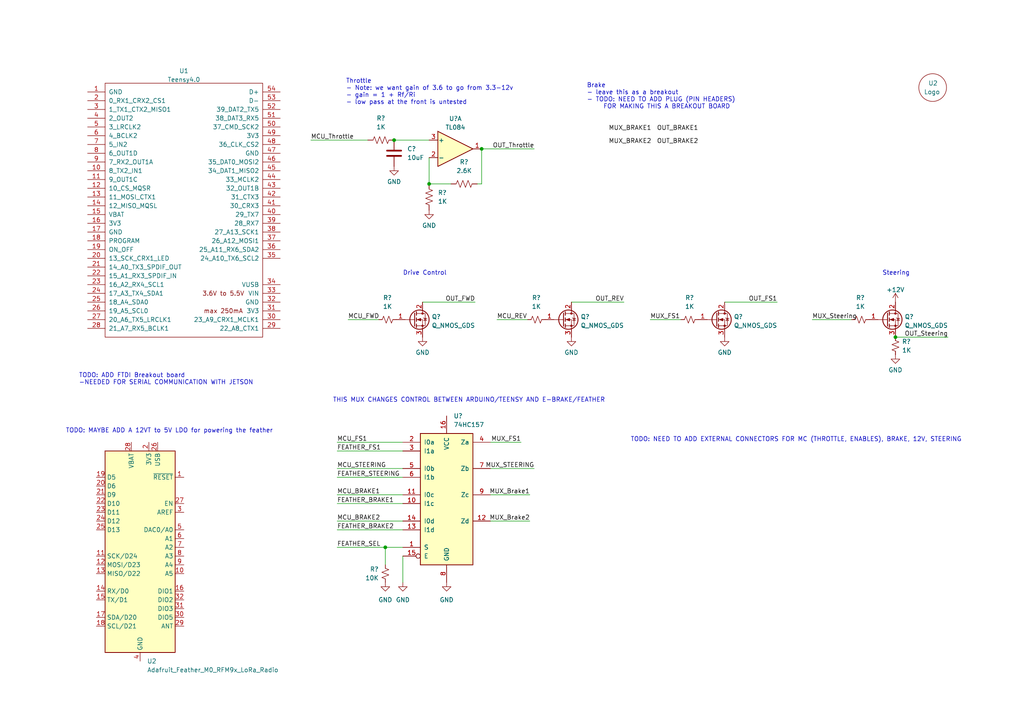
<source format=kicad_sch>
(kicad_sch (version 20211123) (generator eeschema)
  (paper "A4")
  (lib_symbols
    (symbol "74xx:74LS157" (pin_names (offset 1.016))
      (property "Reference" "U" (at -7.62 19.05 0))
      (property "Value" "74LS157" (at -7.62 -21.59 0))
      (symbol "74LS157_1_0"
        (pin input line (at -12.7 -15.24 0) (length 5.08) (name "S") (number "1"))
        (pin input line (at -12.7 -2.54 0) (length 5.08) (name "I1c") (number "10"))
        (pin input line (at -12.7 0 0) (length 5.08) (name "I0c") (number "11"))
        (pin output line (at 12.7 -7.62 180) (length 5.08) (name "Zd") (number "12"))
        (pin input line (at -12.7 -10.16 0) (length 5.08) (name "I1d") (number "13"))
        (pin input line (at -12.7 -7.62 0) (length 5.08) (name "I0d") (number "14"))
        (pin input inverted (at -12.7 -17.78 0) (length 5.08) (name "E") (number "15"))
        (pin power_in line (at 0 22.86 270) (length 5.08) (name "VCC") (number "16"))
        (pin input line (at -12.7 15.24 0) (length 5.08) (name "I0a") (number "2"))
        (pin input line (at -12.7 12.7 0) (length 5.08) (name "I1a") (number "3"))
        (pin output line (at 12.7 15.24 180) (length 5.08) (name "Za") (number "4"))
        (pin input line (at -12.7 7.62 0) (length 5.08) (name "I0b") (number "5"))
        (pin input line (at -12.7 5.08 0) (length 5.08) (name "I1b") (number "6"))
        (pin output line (at 12.7 7.62 180) (length 5.08) (name "Zb") (number "7"))
        (pin power_in line (at 0 -25.4 90) (length 5.08) (name "GND") (number "8"))
        (pin output line (at 12.7 0 180) (length 5.08) (name "Zc") (number "9"))
      )
      (symbol "74LS157_1_1"
        (rectangle (start -7.62 17.78) (end 7.62 -20.32) (stroke (width 0.254)) (fill (type background)))
      )
    )
    (symbol "AMP:Logo" (in_bom no)
      (property "Reference" "U" (at 0 0 0))
      (property "Value" "Logo" (at 0 0 0))
      (symbol "Logo_0_1"
        (circle (center 0 0) (radius 4.0161) (stroke (width 0.1524)))
      )
    )
    (symbol "Amplifier_Operational:TL084" (pin_names (offset 0.127))
      (property "Reference" "U" (at 0 5.08 0))
      (property "Value" "TL084" (at 0 -5.08 0))
      (symbol "TL084_1_1"
        (polyline (pts (xy -5.08 5.08) (xy 5.08 0) (xy -5.08 -5.08) (xy -5.08 5.08)) (stroke (width 0.254)) (fill (type background)))
        (pin output line (at 7.62 0 180) (length 2.54) (name "~") (number "1"))
        (pin input line (at -7.62 -2.54 0) (length 2.54) (name "-") (number "2"))
        (pin input line (at -7.62 2.54 0) (length 2.54) (name "+") (number "3"))
      )
      (symbol "TL084_2_1"
        (polyline (pts (xy -5.08 5.08) (xy 5.08 0) (xy -5.08 -5.08) (xy -5.08 5.08)) (stroke (width 0.254)) (fill (type background)))
        (pin input line (at -7.62 2.54 0) (length 2.54) (name "+") (number "5"))
        (pin input line (at -7.62 -2.54 0) (length 2.54) (name "-") (number "6"))
        (pin output line (at 7.62 0 180) (length 2.54) (name "~") (number "7"))
      )
      (symbol "TL084_3_1"
        (polyline (pts (xy -5.08 5.08) (xy 5.08 0) (xy -5.08 -5.08) (xy -5.08 5.08)) (stroke (width 0.254)) (fill (type background)))
        (pin input line (at -7.62 2.54 0) (length 2.54) (name "+") (number "10"))
        (pin output line (at 7.62 0 180) (length 2.54) (name "~") (number "8"))
        (pin input line (at -7.62 -2.54 0) (length 2.54) (name "-") (number "9"))
      )
      (symbol "TL084_4_1"
        (polyline (pts (xy -5.08 5.08) (xy 5.08 0) (xy -5.08 -5.08) (xy -5.08 5.08)) (stroke (width 0.254)) (fill (type background)))
        (pin input line (at -7.62 2.54 0) (length 2.54) (name "+") (number "12"))
        (pin input line (at -7.62 -2.54 0) (length 2.54) (name "-") (number "13"))
        (pin output line (at 7.62 0 180) (length 2.54) (name "~") (number "14"))
      )
      (symbol "TL084_5_1"
        (pin power_in line (at -2.54 -7.62 90) (length 3.81) (name "V-") (number "11"))
        (pin power_in line (at -2.54 7.62 270) (length 3.81) (name "V+") (number "4"))
      )
    )
    (symbol "Device:C" (pin_numbers hide) (pin_names (offset 0.254))
      (property "Reference" "C" (at 0.635 2.54 0))
      (property "Value" "C" (at 0.635 -2.54 0))
      (symbol "C_0_1"
        (polyline (pts (xy -2.032 -0.762) (xy 2.032 -0.762)) (stroke (width 0.508)))
        (polyline (pts (xy -2.032 0.762) (xy 2.032 0.762)) (stroke (width 0.508)))
      )
      (symbol "C_1_1"
        (pin passive line (at 0 3.81 270) (length 2.794) (name "~") (number "1"))
        (pin passive line (at 0 -3.81 90) (length 2.794) (name "~") (number "2"))
      )
    )
    (symbol "Device:Q_NMOS_GDS" (pin_names (offset 0) hide)
      (property "Reference" "Q" (at 5.08 1.27 0))
      (property "Value" "Q_NMOS_GDS" (at 5.08 -1.27 0))
      (symbol "Q_NMOS_GDS_0_1"
        (polyline (pts (xy 0.254 0) (xy -2.54 0)))
        (polyline (pts (xy 0.254 1.905) (xy 0.254 -1.905)) (stroke (width 0.254)))
        (polyline (pts (xy 0.762 -1.27) (xy 0.762 -2.286)) (stroke (width 0.254)))
        (polyline (pts (xy 0.762 0.508) (xy 0.762 -0.508)) (stroke (width 0.254)))
        (polyline (pts (xy 0.762 2.286) (xy 0.762 1.27)) (stroke (width 0.254)))
        (polyline (pts (xy 2.54 2.54) (xy 2.54 1.778)))
        (polyline (pts (xy 2.54 -2.54) (xy 2.54 0) (xy 0.762 0)))
        (polyline (pts (xy 0.762 -1.778) (xy 3.302 -1.778) (xy 3.302 1.778) (xy 0.762 1.778)))
        (polyline (pts (xy 1.016 0) (xy 2.032 0.381) (xy 2.032 -0.381) (xy 1.016 0)) (fill (type outline)))
        (polyline (pts (xy 2.794 0.508) (xy 2.921 0.381) (xy 3.683 0.381) (xy 3.81 0.254)))
        (polyline (pts (xy 3.302 0.381) (xy 2.921 -0.254) (xy 3.683 -0.254) (xy 3.302 0.381)))
        (circle (center 1.651 0) (radius 2.794) (stroke (width 0.254)))
        (circle (center 2.54 -1.778) (radius 0.254) (fill (type outline)))
        (circle (center 2.54 1.778) (radius 0.254) (fill (type outline)))
      )
      (symbol "Q_NMOS_GDS_1_1"
        (pin input line (at -5.08 0 0) (length 2.54) (name "G") (number "1"))
        (pin passive line (at 2.54 5.08 270) (length 2.54) (name "D") (number "2"))
        (pin passive line (at 2.54 -5.08 90) (length 2.54) (name "S") (number "3"))
      )
    )
    (symbol "Device:R_Small_US" (pin_numbers hide) (pin_names (offset 0.254) hide)
      (property "Reference" "R" (at 0.762 0.508 0))
      (property "Value" "R_Small_US" (at 0.762 -1.016 0))
      (symbol "R_Small_US_1_1"
        (polyline (pts (xy 0 0) (xy 1.016 -0.381) (xy 0 -0.762) (xy -1.016 -1.143) (xy 0 -1.524)))
        (polyline (pts (xy 0 1.524) (xy 1.016 1.143) (xy 0 0.762) (xy -1.016 0.381) (xy 0 0)))
        (pin passive line (at 0 2.54 270) (length 1.016) (name "~") (number "1"))
        (pin passive line (at 0 -2.54 90) (length 1.016) (name "~") (number "2"))
      )
    )
    (symbol "Device:R_US" (pin_numbers hide) (pin_names (offset 0))
      (property "Reference" "R" (at 2.54 0 90))
      (property "Value" "R_US" (at -2.54 0 90))
      (symbol "R_US_0_1"
        (polyline (pts (xy 0 -2.286) (xy 0 -2.54)))
        (polyline (pts (xy 0 2.286) (xy 0 2.54)))
        (polyline (pts (xy 0 -0.762) (xy 1.016 -1.143) (xy 0 -1.524) (xy -1.016 -1.905) (xy 0 -2.286)))
        (polyline (pts (xy 0 0.762) (xy 1.016 0.381) (xy 0 0) (xy -1.016 -0.381) (xy 0 -0.762)))
        (polyline (pts (xy 0 2.286) (xy 1.016 1.905) (xy 0 1.524) (xy -1.016 1.143) (xy 0 0.762)))
      )
      (symbol "R_US_1_1"
        (pin passive line (at 0 3.81 270) (length 1.27) (name "~") (number "1"))
        (pin passive line (at 0 -3.81 90) (length 1.27) (name "~") (number "2"))
      )
    )
    (symbol "MCU_Module:Adafruit_Feather_M0_RFM9x_LoRa_Radio"
      (property "Reference" "A" (at -10.16 29.21 0))
      (property "Value" "Adafruit_Feather_M0_RFM9x_LoRa_Radio" (at 2.54 -31.75 0))
      (symbol "Adafruit_Feather_M0_RFM9x_LoRa_Radio_0_1"
        (rectangle (start -10.16 27.94) (end 10.16 -30.48) (stroke (width 0.254)) (fill (type background)))
      )
      (symbol "Adafruit_Feather_M0_RFM9x_LoRa_Radio_1_1"
        (pin input line (at 12.7 20.32 180) (length 2.54) (name "~{RESET}") (number "1"))
        (pin bidirectional line (at 12.7 -7.62 180) (length 2.54) (name "A5") (number "10"))
        (pin bidirectional line (at -12.7 -2.54 0) (length 2.54) (name "SCK/D24") (number "11"))
        (pin bidirectional line (at -12.7 -5.08 0) (length 2.54) (name "MOSI/D23") (number "12"))
        (pin bidirectional line (at -12.7 -7.62 0) (length 2.54) (name "MISO/D22") (number "13"))
        (pin bidirectional line (at -12.7 -12.7 0) (length 2.54) (name "RX/D0") (number "14"))
        (pin bidirectional line (at -12.7 -15.24 0) (length 2.54) (name "TX/D1") (number "15"))
        (pin bidirectional line (at 12.7 -12.7 180) (length 2.54) (name "DIO1") (number "16"))
        (pin bidirectional line (at -12.7 -20.32 0) (length 2.54) (name "SDA/D20") (number "17"))
        (pin bidirectional line (at -12.7 -22.86 0) (length 2.54) (name "SCL/D21") (number "18"))
        (pin bidirectional line (at -12.7 20.32 0) (length 2.54) (name "D5") (number "19"))
        (pin power_in line (at 2.54 30.48 270) (length 2.54) (name "3V3") (number "2"))
        (pin bidirectional line (at -12.7 17.78 0) (length 2.54) (name "D6") (number "20"))
        (pin bidirectional line (at -12.7 15.24 0) (length 2.54) (name "D9") (number "21"))
        (pin bidirectional line (at -12.7 12.7 0) (length 2.54) (name "D10") (number "22"))
        (pin bidirectional line (at -12.7 10.16 0) (length 2.54) (name "D11") (number "23"))
        (pin bidirectional line (at -12.7 7.62 0) (length 2.54) (name "D12") (number "24"))
        (pin bidirectional line (at -12.7 5.08 0) (length 2.54) (name "D13") (number "25"))
        (pin power_in line (at 5.08 30.48 270) (length 2.54) (name "USB") (number "26"))
        (pin input line (at 12.7 12.7 180) (length 2.54) (name "EN") (number "27"))
        (pin power_in line (at -2.54 30.48 270) (length 2.54) (name "VBAT") (number "28"))
        (pin bidirectional line (at 12.7 -22.86 180) (length 2.54) (name "ANT") (number "29"))
        (pin input line (at 12.7 10.16 180) (length 2.54) (name "AREF") (number "3"))
        (pin bidirectional line (at 12.7 -20.32 180) (length 2.54) (name "DIO5") (number "30"))
        (pin bidirectional line (at 12.7 -17.78 180) (length 2.54) (name "DIO3") (number "31"))
        (pin bidirectional line (at 12.7 -15.24 180) (length 2.54) (name "DIO2") (number "32"))
        (pin power_in line (at 0 -33.02 90) (length 2.54) (name "GND") (number "4"))
        (pin bidirectional line (at 12.7 5.08 180) (length 2.54) (name "DAC0/A0") (number "5"))
        (pin bidirectional line (at 12.7 2.54 180) (length 2.54) (name "A1") (number "6"))
        (pin bidirectional line (at 12.7 0 180) (length 2.54) (name "A2") (number "7"))
        (pin bidirectional line (at 12.7 -2.54 180) (length 2.54) (name "A3") (number "8"))
        (pin bidirectional line (at 12.7 -5.08 180) (length 2.54) (name "A4") (number "9"))
      )
    )
    (symbol "power:+12V" (power) (pin_names (offset 0))
      (property "Value" "+12V" (at 0 3.556 0))
      (symbol "+12V_0_1"
        (polyline (pts (xy -0.762 1.27) (xy 0 2.54)))
        (polyline (pts (xy 0 0) (xy 0 2.54)))
        (polyline (pts (xy 0 2.54) (xy 0.762 1.27)))
      )
      (symbol "+12V_1_1"
        (pin power_in line (at 0 0 90) (length 0) hide (name "+12V") (number "1"))
      )
    )
    (symbol "power:GND" (power) (pin_names (offset 0))
      (property "Value" "GND" (at 0 -3.81 0))
      (symbol "GND_0_1"
        (polyline (pts (xy 0 0) (xy 0 -1.27) (xy 1.27 -1.27) (xy 0 -2.54) (xy -1.27 -1.27) (xy 0 -1.27)))
      )
      (symbol "GND_1_1"
        (pin power_in line (at 0 0 270) (length 0) hide (name "GND") (number "1"))
      )
    )
    (symbol "teensy:Teensy4.0" (pin_names (offset 1.016))
      (property "Reference" "U" (at 0 39.37 0))
      (property "Value" "Teensy4.0" (at 0 -39.37 0))
      (symbol "Teensy4.0_0_0"
        (text "3.6V to 5.5V" (at 11.43 -24.13 0) (effects (font (size 1.27 1.27))))
        (text "max 250mA" (at 11.43 -29.21 0) (effects (font (size 1.27 1.27))))
        (pin bidirectional line (at -27.94 11.43 0) (length 5.08) (name "8_TX2_IN1") (number "10"))
        (pin bidirectional line (at -27.94 8.89 0) (length 5.08) (name "9_OUT1C") (number "11"))
        (pin bidirectional line (at -27.94 6.35 0) (length 5.08) (name "10_CS_MQSR") (number "12"))
        (pin bidirectional line (at -27.94 3.81 0) (length 5.08) (name "11_MOSI_CTX1") (number "13"))
        (pin bidirectional line (at -27.94 1.27 0) (length 5.08) (name "12_MISO_MQSL") (number "14"))
        (pin power_in line (at -27.94 -1.27 0) (length 5.08) (name "VBAT") (number "15"))
        (pin power_in line (at -27.94 -3.81 0) (length 5.08) (name "3V3") (number "16"))
        (pin power_in line (at -27.94 -6.35 0) (length 5.08) (name "GND") (number "17"))
        (pin input line (at -27.94 -8.89 0) (length 5.08) (name "PROGRAM") (number "18"))
        (pin input line (at -27.94 -11.43 0) (length 5.08) (name "ON_OFF") (number "19"))
        (pin bidirectional line (at -27.94 -13.97 0) (length 5.08) (name "13_SCK_CRX1_LED") (number "20"))
        (pin bidirectional line (at -27.94 -16.51 0) (length 5.08) (name "14_A0_TX3_SPDIF_OUT") (number "21"))
        (pin bidirectional line (at -27.94 -19.05 0) (length 5.08) (name "15_A1_RX3_SPDIF_IN") (number "22"))
        (pin bidirectional line (at -27.94 -21.59 0) (length 5.08) (name "16_A2_RX4_SCL1") (number "23"))
        (pin bidirectional line (at -27.94 -24.13 0) (length 5.08) (name "17_A3_TX4_SDA1") (number "24"))
        (pin bidirectional line (at -27.94 -26.67 0) (length 5.08) (name "18_A4_SDA0") (number "25"))
        (pin bidirectional line (at -27.94 -29.21 0) (length 5.08) (name "19_A5_SCL0") (number "26"))
        (pin bidirectional line (at -27.94 -31.75 0) (length 5.08) (name "20_A6_TX5_LRCLK1") (number "27"))
        (pin bidirectional line (at -27.94 -34.29 0) (length 5.08) (name "21_A7_RX5_BCLK1") (number "28"))
        (pin bidirectional line (at 27.94 -34.29 180) (length 5.08) (name "22_A8_CTX1") (number "29"))
        (pin bidirectional line (at 27.94 -31.75 180) (length 5.08) (name "23_A9_CRX1_MCLK1") (number "30"))
        (pin power_out line (at 27.94 -29.21 180) (length 5.08) (name "3V3") (number "31"))
        (pin power_in line (at 27.94 -26.67 180) (length 5.08) (name "GND") (number "32"))
        (pin power_in line (at 27.94 -24.13 180) (length 5.08) (name "VIN") (number "33"))
        (pin power_out line (at 27.94 -21.59 180) (length 5.08) (name "VUSB") (number "34"))
        (pin bidirectional line (at 27.94 -13.97 180) (length 5.08) (name "24_A10_TX6_SCL2") (number "35"))
        (pin bidirectional line (at 27.94 -11.43 180) (length 5.08) (name "25_A11_RX6_SDA2") (number "36"))
        (pin bidirectional line (at 27.94 -8.89 180) (length 5.08) (name "26_A12_MOSI1") (number "37"))
        (pin bidirectional line (at 27.94 -6.35 180) (length 5.08) (name "27_A13_SCK1") (number "38"))
        (pin bidirectional line (at 27.94 -3.81 180) (length 5.08) (name "28_RX7") (number "39"))
        (pin bidirectional line (at 27.94 -1.27 180) (length 5.08) (name "29_TX7") (number "40"))
        (pin bidirectional line (at 27.94 1.27 180) (length 5.08) (name "30_CRX3") (number "41"))
        (pin bidirectional line (at 27.94 3.81 180) (length 5.08) (name "31_CTX3") (number "42"))
        (pin bidirectional line (at 27.94 6.35 180) (length 5.08) (name "32_OUT1B") (number "43"))
        (pin bidirectional line (at 27.94 8.89 180) (length 5.08) (name "33_MCLK2") (number "44"))
        (pin bidirectional line (at 27.94 11.43 180) (length 5.08) (name "34_DAT1_MISO2") (number "45"))
        (pin bidirectional line (at 27.94 13.97 180) (length 5.08) (name "35_DAT0_MOSI2") (number "46"))
        (pin power_out line (at 27.94 16.51 180) (length 5.08) (name "GND") (number "47"))
        (pin bidirectional line (at 27.94 19.05 180) (length 5.08) (name "36_CLK_CS2") (number "48"))
        (pin power_out line (at 27.94 21.59 180) (length 5.08) (name "3V3") (number "49"))
        (pin bidirectional line (at -27.94 24.13 0) (length 5.08) (name "3_LRCLK2") (number "5"))
        (pin bidirectional line (at 27.94 24.13 180) (length 5.08) (name "37_CMD_SCK2") (number "50"))
        (pin bidirectional line (at 27.94 26.67 180) (length 5.08) (name "38_DAT3_RX5") (number "51"))
        (pin bidirectional line (at 27.94 29.21 180) (length 5.08) (name "39_DAT2_TX5") (number "52"))
        (pin bidirectional line (at 27.94 31.75 180) (length 5.08) (name "D-") (number "53"))
        (pin bidirectional line (at 27.94 34.29 180) (length 5.08) (name "D+") (number "54"))
        (pin bidirectional line (at -27.94 21.59 0) (length 5.08) (name "4_BCLK2") (number "6"))
        (pin bidirectional line (at -27.94 19.05 0) (length 5.08) (name "5_IN2") (number "7"))
        (pin bidirectional line (at -27.94 16.51 0) (length 5.08) (name "6_OUT1D") (number "8"))
        (pin bidirectional line (at -27.94 13.97 0) (length 5.08) (name "7_RX2_OUT1A") (number "9"))
      )
      (symbol "Teensy4.0_0_1"
        (rectangle (start -22.86 36.83) (end 22.86 -36.83))
        (rectangle (start -20.32 -31.75) (end -20.32 -31.75))
      )
      (symbol "Teensy4.0_1_1"
        (pin power_in line (at -27.94 34.29 0) (length 5.08) (name "GND") (number "1"))
        (pin bidirectional line (at -27.94 31.75 0) (length 5.08) (name "0_RX1_CRX2_CS1") (number "2"))
        (pin bidirectional line (at -27.94 29.21 0) (length 5.08) (name "1_TX1_CTX2_MISO1") (number "3"))
        (pin bidirectional line (at -27.94 26.67 0) (length 5.08) (name "2_OUT2") (number "4"))
      )
    )
  )
  (junction (at 139.7 43.18))
  (junction (at 259.715 97.79))
  (junction (at 124.46 53.34))
  (junction (at 114.3 40.64))
  (junction (at 111.76 158.75))
  (wire (pts (xy 100.965 92.71) (xy 109.855 92.71)))
  (wire (pts (xy 97.79 146.05) (xy 116.84 146.05)))
  (wire (pts (xy 210.185 87.63) (xy 225.425 87.63)))
  (wire (pts (xy 188.595 92.71) (xy 197.485 92.71)))
  (wire (pts (xy 142.24 143.51) (xy 153.67 143.51)))
  (wire (pts (xy 144.145 92.71) (xy 153.035 92.71)))
  (wire (pts (xy 139.7 53.34) (xy 138.43 53.34)))
  (wire (pts (xy 97.79 138.43) (xy 116.84 138.43)))
  (wire (pts (xy 142.24 128.27) (xy 151.13 128.27)))
  (wire (pts (xy 165.735 87.63) (xy 180.975 87.63)))
  (wire (pts (xy 139.7 43.18) (xy 139.7 53.34)))
  (wire (pts (xy 97.79 151.13) (xy 116.84 151.13)))
  (wire (pts (xy 114.3 40.64) (xy 124.46 40.64)))
  (wire (pts (xy 139.7 43.18) (xy 154.94 43.18)))
  (wire (pts (xy 97.79 153.67) (xy 116.84 153.67)))
  (wire (pts (xy 142.24 151.13) (xy 153.67 151.13)))
  (wire (pts (xy 90.17 40.64) (xy 106.68 40.64)))
  (wire (pts (xy 97.79 130.81) (xy 116.84 130.81)))
  (wire (pts (xy 116.84 161.29) (xy 116.84 168.91)))
  (wire (pts (xy 97.79 158.75) (xy 111.76 158.75)))
  (wire (pts (xy 124.46 53.34) (xy 130.81 53.34)))
  (wire (pts (xy 97.79 135.89) (xy 116.84 135.89)))
  (wire (pts (xy 97.79 128.27) (xy 116.84 128.27)))
  (wire (pts (xy 122.555 87.63) (xy 137.795 87.63)))
  (wire (pts (xy 142.24 135.89) (xy 154.94 135.89)))
  (wire (pts (xy 235.585 92.71) (xy 247.015 92.71)))
  (wire (pts (xy 111.76 158.75) (xy 111.76 163.83)))
  (wire (pts (xy 97.79 143.51) (xy 116.84 143.51)))
  (wire (pts (xy 259.715 97.79) (xy 274.955 97.79)))
  (wire (pts (xy 124.46 45.72) (xy 124.46 53.34)))
  (wire (pts (xy 111.76 158.75) (xy 116.84 158.75)))
  (text "Drive Control" (at 116.84 80.01 0) (effects (font (size 1.27 1.27)) (justify left bottom)))
  (text "TODO: NEED TO ADD EXTERNAL CONNECTORS FOR MC (THROTTLE, ENABLES), BRAKE, 12V, STEERING" (at 182.88 128.27 0) (effects (font (size 1.27 1.27)) (justify left bottom)))
  (text "TODO: MAYBE ADD A 12VT to 5V LDO for powering the feather" (at 19.05 125.73 0) (effects (font (size 1.27 1.27)) (justify left bottom)))
  (text "Brake\n- leave this as a breakout\n- TODO: NEED TO ADD PLUG (PIN HEADERS)\n	FOR MAKING THIS A BREAKOUT BOARD" (at 170.18 31.75 0) (effects (font (size 1.27 1.27)) (justify left bottom)))
  (text "Throttle\n- Note: we want gain of 3.6 to go from 3.3-12v\n- gain = 1 + Rf/Ri\n- low pass at the front is untested" (at 100.33 30.48 0) (effects (font (size 1.27 1.27)) (justify left bottom)))
  (text "Steering" (at 255.905 80.01 0) (effects (font (size 1.27 1.27)) (justify left bottom)))
  (text "TODO: ADD FTDI Breakout board\n-NEEDED FOR SERIAL COMMUNICATION WITH JETSON" (at 22.86 111.76 0) (effects (font (size 1.27 1.27)) (justify left bottom)))
  (text "THIS MUX CHANGES CONTROL BETWEEN ARDUINO/TEENSY AND E-BRAKE/FEATHER" (at 96.52 116.84 0) (effects (font (size 1.27 1.27)) (justify left bottom)))
  (label "MUX_BRAKE2" (at 176.53 41.91 0))
  (label "MUX_BRAKE1" (at 176.53 38.1 0))
  (label "MUX_Steering" (at 235.585 92.71 0))
  (label "OUT_REV" (at 180.975 87.63 180))
  (label "MUX_STEERING" (at 154.94 135.89 180))
  (label "MUX_Brake2" (at 153.67 151.13 180))
  (label "OUT_BRAKE2" (at 190.5 41.91 0))
  (label "MCU_BRAKE1" (at 97.79 143.51 0))
  (label "OUT_FWD" (at 137.795 87.63 180))
  (label "FEATHER_BRAKE2" (at 97.79 153.67 0))
  (label "OUT_FS1" (at 225.425 87.63 180))
  (label "MCU_Throttle" (at 90.17 40.64 0))
  (label "FEATHER_STEERING" (at 97.79 138.43 0))
  (label "MUX_FS1" (at 188.595 92.71 0))
  (label "MUX_FS1" (at 151.13 128.27 180))
  (label "MUX_Brake1" (at 153.67 143.51 180))
  (label "MCU_FS1" (at 97.79 128.27 0))
  (label "OUT_BRAKE1" (at 190.5 38.1 0))
  (label "FEATHER_FS1" (at 97.79 130.81 0))
  (label "MCU_BRAKE2" (at 97.79 151.13 0))
  (label "OUT_Throttle" (at 154.94 43.18 180))
  (label "MCU_FWD" (at 100.965 92.71 0))
  (label "FEATHER_BRAKE1" (at 97.79 146.05 0))
  (label "OUT_Steering" (at 274.955 97.79 180))
  (label "FEATHER_SEL" (at 97.79 158.75 0))
  (label "MCU_STEERING" (at 97.79 135.89 0))
  (label "MCU_REV" (at 144.145 92.71 0))
  (symbol (lib_id "Device:R_Small_US") (at 112.395 92.71 90) (unit 1)
    (property "Reference" "R?" (at 112.395 86.36 90))
    (property "Value" "1K" (at 112.395 88.9 90))
  )
  (symbol (lib_id "power:GND") (at 114.3 48.26 0) (unit 1)
    (property "Reference" "#PWR?" (effects hide))
    (property "Value" "GND" (at 114.3 52.7034 0))
  )
  (symbol (lib_id "Amplifier_Operational:TL084") (at 132.08 43.18 0) (unit 1)
    (property "Reference" "U?" (at 132.08 34.4002 0))
    (property "Value" "TL084" (at 132.08 36.9371 0))
    (property "Footprint" "Package_DIP:DIP-14_W7.62mm" (effects hide))
    (property "Datasheet" "http://www.ti.com/lit/ds/symlink/tl081.pdf" (effects hide))
  )
  (symbol (lib_id "Device:Q_NMOS_GDS") (at 163.195 92.71 0) (unit 1)
    (property "Reference" "Q?" (at 168.402 91.8753 0) (effects (justify left)))
    (property "Value" "Q_NMOS_GDS" (at 168.402 94.4122 0) (effects (justify left)))
  )
  (symbol (lib_id "74xx:74LS157") (at 129.54 143.51 0) (unit 1)
    (property "Reference" "U?" (at 131.5594 120.65 0) (effects (justify left)))
    (property "Value" "74HC157" (at 131.5594 123.19 0) (effects (justify left)))
    (property "Datasheet" "http://www.ti.com/lit/gpn/sn74LS157" (effects hide))
  )
  (symbol (lib_id "Device:R_Small_US") (at 259.715 100.33 180) (unit 1)
    (property "Reference" "R?" (at 261.62 99.0599 0) (effects (justify right)))
    (property "Value" "1K" (at 261.62 101.5999 0) (effects (justify right)))
  )
  (symbol (lib_id "Device:Q_NMOS_GDS") (at 207.645 92.71 0) (unit 1)
    (property "Reference" "Q?" (at 212.852 91.8753 0) (effects (justify left)))
    (property "Value" "Q_NMOS_GDS" (at 212.852 94.4122 0) (effects (justify left)))
  )
  (symbol (lib_id "Device:Q_NMOS_GDS") (at 120.015 92.71 0) (unit 1)
    (property "Reference" "Q?" (at 125.222 91.8753 0) (effects (justify left)))
    (property "Value" "Q_NMOS_GDS" (at 125.222 94.4122 0) (effects (justify left)))
  )
  (symbol (lib_id "power:GND") (at 129.54 168.91 0) (unit 1)
    (property "Reference" "#PWR?" (effects hide))
    (property "Value" "GND" (at 129.54 173.99 0))
  )
  (symbol (lib_id "Device:C") (at 114.3 44.45 0) (mirror y) (unit 1)
    (property "Reference" "C?" (at 118.11 43.1799 0) (effects (justify right)))
    (property "Value" "10uF" (at 118.11 45.7199 0) (effects (justify right)))
  )
  (symbol (lib_id "power:GND") (at 259.715 102.87 0) (unit 1)
    (property "Reference" "#PWR?" (effects hide))
    (property "Value" "GND" (at 259.715 107.3134 0))
  )
  (symbol (lib_id "Device:Q_NMOS_GDS") (at 257.175 92.71 0) (unit 1)
    (property "Reference" "Q?" (at 262.382 91.8753 0) (effects (justify left)))
    (property "Value" "Q_NMOS_GDS" (at 262.382 94.4122 0) (effects (justify left)))
  )
  (symbol (lib_id "Device:R_US") (at 110.49 40.64 90) (unit 1)
    (property "Reference" "R?" (at 110.49 34.29 90))
    (property "Value" "1K" (at 110.49 36.83 90))
  )
  (symbol (lib_id "AMP:Logo") (at 270.51 25.4 0) (unit 1) (in_bom no)
    (property "Reference" "U2" (at 269.24 24.13 0) (effects (justify left)))
    (property "Value" "Logo" (at 267.97 26.67 0) (effects (justify left)))
    (property "Footprint" "AMP:Logo" (effects hide))
  )
  (symbol (lib_id "MCU_Module:Adafruit_Feather_M0_RFM9x_LoRa_Radio") (at 40.64 158.75 0) (unit 1)
    (property "Reference" "U2" (at 42.6594 191.77 0) (effects (justify left)))
    (property "Value" "Adafruit_Feather_M0_RFM9x_LoRa_Radio" (at 42.6594 194.31 0) (effects (justify left)))
    (property "Footprint" "Module:Adafruit_Feather_M0_RFM" (effects hide))
    (property "Datasheet" "https://cdn-learn.adafruit.com/downloads/pdf/adafruit-feather-m0-radio-with-lora-radio-module.pdf" (effects hide))
  )
  (symbol (lib_id "power:+12V") (at 259.715 87.63 0) (unit 1)
    (property "Reference" "#PWR?" (effects hide))
    (property "Value" "+12V" (at 259.715 84.0542 0))
  )
  (symbol (lib_id "Device:R_Small_US") (at 111.76 166.37 0) (unit 1)
    (property "Reference" "R?" (at 109.855 165.1 0) (effects (justify right)))
    (property "Value" "10K" (at 109.855 167.64 0) (effects (justify right)))
  )
  (symbol (lib_id "teensy:Teensy4.0") (at 53.34 60.96 0) (unit 1)
    (property "Reference" "U1" (at 53.34 20.5572 0))
    (property "Value" "Teensy4.0" (at 53.34 23.0941 0))
    (property "Footprint" "teensy:Teensy40" (effects hide))
  )
  (symbol (lib_id "power:GND") (at 111.76 168.91 0) (unit 1)
    (property "Reference" "#PWR?" (effects hide))
    (property "Value" "GND" (at 111.76 173.99 0))
  )
  (symbol (lib_id "power:GND") (at 122.555 97.79 0) (unit 1)
    (property "Reference" "#PWR?" (effects hide))
    (property "Value" "GND" (at 122.555 102.2334 0))
  )
  (symbol (lib_id "power:GND") (at 124.46 60.96 0) (unit 1)
    (property "Reference" "#PWR?" (effects hide))
    (property "Value" "GND" (at 124.46 65.4034 0))
  )
  (symbol (lib_id "power:GND") (at 210.185 97.79 0) (unit 1)
    (property "Reference" "#PWR?" (effects hide))
    (property "Value" "GND" (at 210.185 102.2334 0))
  )
  (symbol (lib_id "power:GND") (at 165.735 97.79 0) (unit 1)
    (property "Reference" "#PWR?" (effects hide))
    (property "Value" "GND" (at 165.735 102.2334 0))
  )
  (symbol (lib_id "Device:R_US") (at 124.46 57.15 0) (unit 1)
    (property "Reference" "R?" (at 127 55.8799 0) (effects (justify left)))
    (property "Value" "1K" (at 127 58.4199 0) (effects (justify left)))
  )
  (symbol (lib_id "power:GND") (at 116.84 168.91 0) (unit 1)
    (property "Reference" "#PWR?" (effects hide))
    (property "Value" "GND" (at 116.84 173.99 0))
  )
  (symbol (lib_id "Device:R_Small_US") (at 155.575 92.71 90) (unit 1)
    (property "Reference" "R?" (at 155.575 86.36 90))
    (property "Value" "1K" (at 155.575 88.9 90))
  )
  (symbol (lib_id "Device:R_US") (at 134.62 53.34 90) (unit 1)
    (property "Reference" "R?" (at 134.62 46.99 90))
    (property "Value" "2.6K" (at 134.62 49.53 90))
  )
  (symbol (lib_id "Device:R_Small_US") (at 200.025 92.71 90) (unit 1)
    (property "Reference" "R?" (at 200.025 86.36 90))
    (property "Value" "1K" (at 200.025 88.9 90))
  )
  (symbol (lib_id "Device:R_Small_US") (at 249.555 92.71 90) (unit 1)
    (property "Reference" "R?" (at 249.555 86.36 90))
    (property "Value" "1K" (at 249.555 88.9 90))
  )
)
</source>
